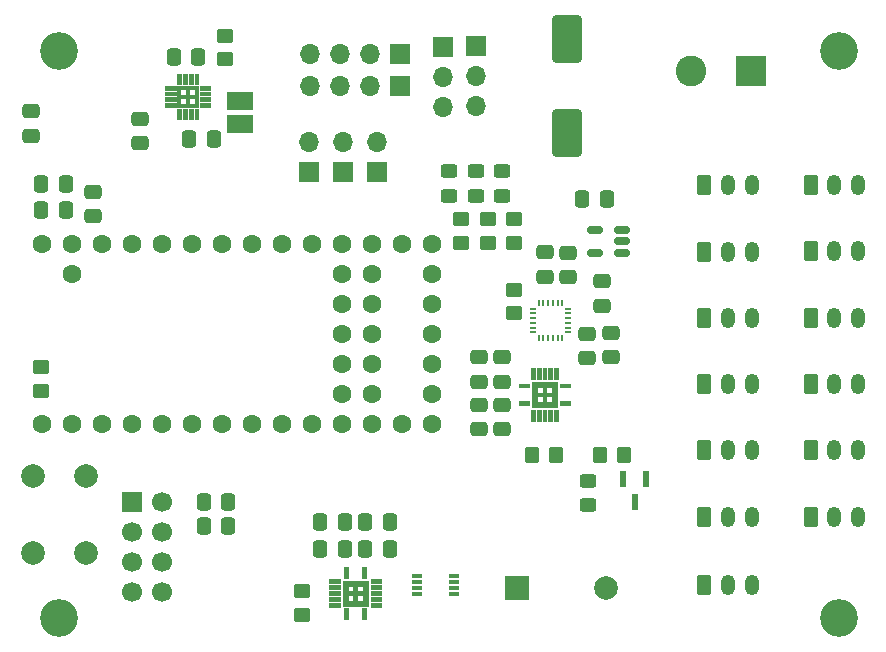
<source format=gbr>
%TF.GenerationSoftware,KiCad,Pcbnew,8.0.7*%
%TF.CreationDate,2025-01-14T18:40:28+07:00*%
%TF.ProjectId,Teensy4.0,5465656e-7379-4342-9e30-2e6b69636164,rev?*%
%TF.SameCoordinates,Original*%
%TF.FileFunction,Soldermask,Top*%
%TF.FilePolarity,Negative*%
%FSLAX46Y46*%
G04 Gerber Fmt 4.6, Leading zero omitted, Abs format (unit mm)*
G04 Created by KiCad (PCBNEW 8.0.7) date 2025-01-14 18:40:28*
%MOMM*%
%LPD*%
G01*
G04 APERTURE LIST*
G04 Aperture macros list*
%AMRoundRect*
0 Rectangle with rounded corners*
0 $1 Rounding radius*
0 $2 $3 $4 $5 $6 $7 $8 $9 X,Y pos of 4 corners*
0 Add a 4 corners polygon primitive as box body*
4,1,4,$2,$3,$4,$5,$6,$7,$8,$9,$2,$3,0*
0 Add four circle primitives for the rounded corners*
1,1,$1+$1,$2,$3*
1,1,$1+$1,$4,$5*
1,1,$1+$1,$6,$7*
1,1,$1+$1,$8,$9*
0 Add four rect primitives between the rounded corners*
20,1,$1+$1,$2,$3,$4,$5,0*
20,1,$1+$1,$4,$5,$6,$7,0*
20,1,$1+$1,$6,$7,$8,$9,0*
20,1,$1+$1,$8,$9,$2,$3,0*%
G04 Aperture macros list end*
%ADD10C,0.000000*%
%ADD11C,1.700000*%
%ADD12R,1.700000X1.700000*%
%ADD13C,1.600000*%
%ADD14R,0.850000X0.300000*%
%ADD15RoundRect,0.250000X-0.350000X-0.625000X0.350000X-0.625000X0.350000X0.625000X-0.350000X0.625000X0*%
%ADD16O,1.200000X1.750000*%
%ADD17R,2.000000X2.000000*%
%ADD18C,2.000000*%
%ADD19C,3.200000*%
%ADD20RoundRect,0.250000X0.475000X-0.337500X0.475000X0.337500X-0.475000X0.337500X-0.475000X-0.337500X0*%
%ADD21O,1.700000X1.700000*%
%ADD22RoundRect,0.250000X-0.475000X0.337500X-0.475000X-0.337500X0.475000X-0.337500X0.475000X0.337500X0*%
%ADD23RoundRect,0.250000X0.450000X-0.350000X0.450000X0.350000X-0.450000X0.350000X-0.450000X-0.350000X0*%
%ADD24RoundRect,0.250000X-0.450000X0.350000X-0.450000X-0.350000X0.450000X-0.350000X0.450000X0.350000X0*%
%ADD25RoundRect,0.250000X-0.337500X-0.475000X0.337500X-0.475000X0.337500X0.475000X-0.337500X0.475000X0*%
%ADD26RoundRect,0.250000X0.337500X0.475000X-0.337500X0.475000X-0.337500X-0.475000X0.337500X-0.475000X0*%
%ADD27RoundRect,0.050000X0.050000X-0.225000X0.050000X0.225000X-0.050000X0.225000X-0.050000X-0.225000X0*%
%ADD28RoundRect,0.050000X0.225000X0.050000X-0.225000X0.050000X-0.225000X-0.050000X0.225000X-0.050000X0*%
%ADD29RoundRect,0.250000X0.450000X-0.325000X0.450000X0.325000X-0.450000X0.325000X-0.450000X-0.325000X0*%
%ADD30RoundRect,0.250000X1.000000X-1.750000X1.000000X1.750000X-1.000000X1.750000X-1.000000X-1.750000X0*%
%ADD31R,0.280000X0.850000*%
%ADD32R,0.850000X0.280000*%
%ADD33RoundRect,0.250000X-0.350000X-0.450000X0.350000X-0.450000X0.350000X0.450000X-0.350000X0.450000X0*%
%ADD34R,2.600000X2.600000*%
%ADD35C,2.600000*%
%ADD36R,2.260600X1.498600*%
%ADD37RoundRect,0.250000X0.350000X0.450000X-0.350000X0.450000X-0.350000X-0.450000X0.350000X-0.450000X0*%
%ADD38RoundRect,0.150000X0.512500X0.150000X-0.512500X0.150000X-0.512500X-0.150000X0.512500X-0.150000X0*%
%ADD39RoundRect,0.250000X-0.450000X0.325000X-0.450000X-0.325000X0.450000X-0.325000X0.450000X0.325000X0*%
%ADD40R,0.558800X1.422400*%
G04 APERTURE END LIST*
D10*
%TO.C,U3*%
G36*
X132800943Y-119190953D02*
G01*
X131811056Y-119190953D01*
X131811056Y-118771046D01*
X132800943Y-118771046D01*
X132800943Y-119190953D01*
G37*
G36*
X132800943Y-119690955D02*
G01*
X131811056Y-119690955D01*
X131811056Y-119271047D01*
X132800943Y-119271047D01*
X132800943Y-119690955D01*
G37*
G36*
X132800943Y-120190954D02*
G01*
X131811056Y-120190954D01*
X131811056Y-119771046D01*
X132800943Y-119771046D01*
X132800943Y-120190954D01*
G37*
G36*
X132800943Y-120690953D02*
G01*
X131811056Y-120690953D01*
X131811056Y-120271045D01*
X132800943Y-120271045D01*
X132800943Y-120690953D01*
G37*
G36*
X132800943Y-121190954D02*
G01*
X131811056Y-121190954D01*
X131811056Y-120771047D01*
X132800943Y-120771047D01*
X132800943Y-121190954D01*
G37*
G36*
X133481299Y-121069500D02*
G01*
X132986499Y-121069500D01*
X132986499Y-118892500D01*
X133481299Y-118892500D01*
X133481299Y-121069500D01*
G37*
G36*
X135163499Y-119387300D02*
G01*
X132986499Y-119387300D01*
X132986499Y-118892500D01*
X135163499Y-118892500D01*
X135163499Y-119387300D01*
G37*
G36*
X135163499Y-120174700D02*
G01*
X132986499Y-120174700D01*
X132986499Y-119787300D01*
X135163499Y-119787300D01*
X135163499Y-120174700D01*
G37*
G36*
X135163499Y-121069500D02*
G01*
X132986499Y-121069500D01*
X132986499Y-120574700D01*
X135163499Y-120574700D01*
X135163499Y-121069500D01*
G37*
G36*
X133534952Y-118744942D02*
G01*
X133115044Y-118744942D01*
X133115044Y-117755058D01*
X133534952Y-117755058D01*
X133534952Y-118744942D01*
G37*
G36*
X133534952Y-122206942D02*
G01*
X133115044Y-122206942D01*
X133115044Y-121217058D01*
X133534952Y-121217058D01*
X133534952Y-122206942D01*
G37*
G36*
X134268699Y-121069500D02*
G01*
X133881299Y-121069500D01*
X133881299Y-118892500D01*
X134268699Y-118892500D01*
X134268699Y-121069500D01*
G37*
G36*
X135034954Y-118744942D02*
G01*
X134615046Y-118744942D01*
X134615046Y-117755058D01*
X135034954Y-117755058D01*
X135034954Y-118744942D01*
G37*
G36*
X135034954Y-122206942D02*
G01*
X134615046Y-122206942D01*
X134615046Y-121217058D01*
X135034954Y-121217058D01*
X135034954Y-122206942D01*
G37*
G36*
X135163499Y-121069500D02*
G01*
X134668699Y-121069500D01*
X134668699Y-118892500D01*
X135163499Y-118892500D01*
X135163499Y-121069500D01*
G37*
G36*
X136338942Y-119190953D02*
G01*
X135349055Y-119190953D01*
X135349055Y-118771046D01*
X136338942Y-118771046D01*
X136338942Y-119190953D01*
G37*
G36*
X136338942Y-119690955D02*
G01*
X135349055Y-119690955D01*
X135349055Y-119271047D01*
X136338942Y-119271047D01*
X136338942Y-119690955D01*
G37*
G36*
X136338942Y-120190954D02*
G01*
X135349055Y-120190954D01*
X135349055Y-119771046D01*
X136338942Y-119771046D01*
X136338942Y-120190954D01*
G37*
G36*
X136338942Y-120690953D02*
G01*
X135349055Y-120690953D01*
X135349055Y-120271045D01*
X136338942Y-120271045D01*
X136338942Y-120690953D01*
G37*
G36*
X136338942Y-121190954D02*
G01*
X135349055Y-121190954D01*
X135349055Y-120771047D01*
X136338942Y-120771047D01*
X136338942Y-121190954D01*
G37*
%TO.C,U7*%
G36*
X148870242Y-102603653D02*
G01*
X147880358Y-102603653D01*
X147880358Y-102183745D01*
X148870242Y-102183745D01*
X148870242Y-102603653D01*
G37*
G36*
X148870242Y-104103655D02*
G01*
X147880358Y-104103655D01*
X147880358Y-103683747D01*
X148870242Y-103683747D01*
X148870242Y-104103655D01*
G37*
G36*
X149316253Y-101869644D02*
G01*
X148896346Y-101869644D01*
X148896346Y-100879757D01*
X149316253Y-100879757D01*
X149316253Y-101869644D01*
G37*
G36*
X149316253Y-105407643D02*
G01*
X148896346Y-105407643D01*
X148896346Y-104417756D01*
X149316253Y-104417756D01*
X149316253Y-105407643D01*
G37*
G36*
X151194800Y-102550000D02*
G01*
X149017800Y-102550000D01*
X149017800Y-102055200D01*
X151194800Y-102055200D01*
X151194800Y-102550000D01*
G37*
G36*
X151194800Y-103337400D02*
G01*
X149017800Y-103337400D01*
X149017800Y-102950000D01*
X151194800Y-102950000D01*
X151194800Y-103337400D01*
G37*
G36*
X149512600Y-104232200D02*
G01*
X149017800Y-104232200D01*
X149017800Y-102055200D01*
X149512600Y-102055200D01*
X149512600Y-104232200D01*
G37*
G36*
X151194800Y-104232200D02*
G01*
X149017800Y-104232200D01*
X149017800Y-103737400D01*
X151194800Y-103737400D01*
X151194800Y-104232200D01*
G37*
G36*
X149816255Y-101869644D02*
G01*
X149396347Y-101869644D01*
X149396347Y-100879757D01*
X149816255Y-100879757D01*
X149816255Y-101869644D01*
G37*
G36*
X149816255Y-105407643D02*
G01*
X149396347Y-105407643D01*
X149396347Y-104417756D01*
X149816255Y-104417756D01*
X149816255Y-105407643D01*
G37*
G36*
X150316254Y-101869644D02*
G01*
X149896346Y-101869644D01*
X149896346Y-100879757D01*
X150316254Y-100879757D01*
X150316254Y-101869644D01*
G37*
G36*
X150316254Y-105407643D02*
G01*
X149896346Y-105407643D01*
X149896346Y-104417756D01*
X150316254Y-104417756D01*
X150316254Y-105407643D01*
G37*
G36*
X150300000Y-104232200D02*
G01*
X149912600Y-104232200D01*
X149912600Y-102055200D01*
X150300000Y-102055200D01*
X150300000Y-104232200D01*
G37*
G36*
X150816253Y-101869644D02*
G01*
X150396345Y-101869644D01*
X150396345Y-100879757D01*
X150816253Y-100879757D01*
X150816253Y-101869644D01*
G37*
G36*
X150816253Y-105407643D02*
G01*
X150396345Y-105407643D01*
X150396345Y-104417756D01*
X150816253Y-104417756D01*
X150816253Y-105407643D01*
G37*
G36*
X151194800Y-104232200D02*
G01*
X150700000Y-104232200D01*
X150700000Y-102055200D01*
X151194800Y-102055200D01*
X151194800Y-104232200D01*
G37*
G36*
X151316254Y-101869644D02*
G01*
X150896347Y-101869644D01*
X150896347Y-100879757D01*
X151316254Y-100879757D01*
X151316254Y-101869644D01*
G37*
G36*
X151316254Y-105407643D02*
G01*
X150896347Y-105407643D01*
X150896347Y-104417756D01*
X151316254Y-104417756D01*
X151316254Y-105407643D01*
G37*
G36*
X152332242Y-102603653D02*
G01*
X151342358Y-102603653D01*
X151342358Y-102183745D01*
X152332242Y-102183745D01*
X152332242Y-102603653D01*
G37*
G36*
X152332242Y-104103655D02*
G01*
X151342358Y-104103655D01*
X151342358Y-103683747D01*
X152332242Y-103683747D01*
X152332242Y-104103655D01*
G37*
%TO.C,U4*%
G36*
X118910845Y-77380847D02*
G01*
X117921654Y-77380847D01*
X117921654Y-76961653D01*
X118910845Y-76961653D01*
X118910845Y-77380847D01*
G37*
G36*
X118910845Y-77880846D02*
G01*
X117921654Y-77880846D01*
X117921654Y-77461655D01*
X118910845Y-77461655D01*
X118910845Y-77880846D01*
G37*
G36*
X118910845Y-78380845D02*
G01*
X117921654Y-78380845D01*
X117921654Y-77961654D01*
X118910845Y-77961654D01*
X118910845Y-78380845D01*
G37*
G36*
X118910845Y-78880847D02*
G01*
X117921654Y-78880847D01*
X117921654Y-78461653D01*
X118910845Y-78461653D01*
X118910845Y-78880847D01*
G37*
G36*
X119297549Y-78834750D02*
G01*
X118977749Y-78834750D01*
X118977749Y-77007750D01*
X119297549Y-77007750D01*
X119297549Y-78834750D01*
G37*
G36*
X119350656Y-76940846D02*
G01*
X118931464Y-76940846D01*
X118931464Y-75951655D01*
X119350656Y-75951655D01*
X119350656Y-76940846D01*
G37*
G36*
X119350656Y-79890845D02*
G01*
X118931464Y-79890845D01*
X118931464Y-78901654D01*
X119350656Y-78901654D01*
X119350656Y-79890845D01*
G37*
G36*
X120084949Y-78834750D02*
G01*
X119697549Y-78834750D01*
X119697549Y-77007750D01*
X120084949Y-77007750D01*
X120084949Y-78834750D01*
G37*
G36*
X119850782Y-76940846D02*
G01*
X119431590Y-76940846D01*
X119431590Y-75951655D01*
X119850782Y-75951655D01*
X119850782Y-76940846D01*
G37*
G36*
X119850782Y-79890845D02*
G01*
X119431590Y-79890845D01*
X119431590Y-78901654D01*
X119850782Y-78901654D01*
X119850782Y-79890845D01*
G37*
G36*
X120350908Y-76940846D02*
G01*
X119931716Y-76940846D01*
X119931716Y-75951655D01*
X120350908Y-75951655D01*
X120350908Y-76940846D01*
G37*
G36*
X120350908Y-79890845D02*
G01*
X119931716Y-79890845D01*
X119931716Y-78901654D01*
X120350908Y-78901654D01*
X120350908Y-79890845D01*
G37*
G36*
X120804749Y-77327550D02*
G01*
X118977749Y-77327550D01*
X118977749Y-77007750D01*
X120804749Y-77007750D01*
X120804749Y-77327550D01*
G37*
G36*
X120804749Y-78114950D02*
G01*
X118977749Y-78114950D01*
X118977749Y-77727550D01*
X120804749Y-77727550D01*
X120804749Y-78114950D01*
G37*
G36*
X120804749Y-78834750D02*
G01*
X118977749Y-78834750D01*
X118977749Y-78514950D01*
X120804749Y-78514950D01*
X120804749Y-78834750D01*
G37*
G36*
X120804749Y-78834750D02*
G01*
X120484949Y-78834750D01*
X120484949Y-77007750D01*
X120804749Y-77007750D01*
X120804749Y-78834750D01*
G37*
G36*
X120851034Y-76940846D02*
G01*
X120431842Y-76940846D01*
X120431842Y-75951655D01*
X120851034Y-75951655D01*
X120851034Y-76940846D01*
G37*
G36*
X120851034Y-79890845D02*
G01*
X120431842Y-79890845D01*
X120431842Y-78901654D01*
X120851034Y-78901654D01*
X120851034Y-79890845D01*
G37*
G36*
X121860844Y-77380847D02*
G01*
X120871653Y-77380847D01*
X120871653Y-76961653D01*
X121860844Y-76961653D01*
X121860844Y-77380847D01*
G37*
G36*
X121860844Y-77880846D02*
G01*
X120871653Y-77880846D01*
X120871653Y-77461655D01*
X121860844Y-77461655D01*
X121860844Y-77880846D01*
G37*
G36*
X121860844Y-78380845D02*
G01*
X120871653Y-78380845D01*
X120871653Y-77961654D01*
X121860844Y-77961654D01*
X121860844Y-78380845D01*
G37*
G36*
X121860844Y-78880847D02*
G01*
X120871653Y-78880847D01*
X120871653Y-78461653D01*
X121860844Y-78461653D01*
X121860844Y-78880847D01*
G37*
%TD*%
D11*
%TO.C,U2*%
X117650500Y-119795000D03*
X115110500Y-119795000D03*
X117650500Y-117255000D03*
X115110500Y-117255000D03*
X117650500Y-114715000D03*
X115110500Y-114715000D03*
X117650500Y-112175000D03*
D12*
X115110500Y-112175000D03*
%TD*%
D13*
%TO.C,U1*%
X107490000Y-105620000D03*
X110030000Y-105620000D03*
X112570000Y-105620000D03*
X115110000Y-105620000D03*
X117650000Y-105620000D03*
X120190000Y-105620000D03*
X122730000Y-105620000D03*
X125270000Y-105620000D03*
X127810000Y-105620000D03*
X130350000Y-105620000D03*
X132890000Y-105620000D03*
X135430000Y-105620000D03*
X137970000Y-105620000D03*
X140510000Y-105620000D03*
X140510000Y-103080000D03*
X140510000Y-100540000D03*
X140510000Y-98000000D03*
X140510000Y-95460000D03*
X140510000Y-92920000D03*
X140510000Y-90380000D03*
X137970000Y-90380000D03*
X135430000Y-90380000D03*
X132890000Y-90380000D03*
X130350000Y-90380000D03*
X127810000Y-90380000D03*
X125270000Y-90380000D03*
X122730000Y-90380000D03*
X120190000Y-90380000D03*
X117650000Y-90380000D03*
X115110000Y-90380000D03*
X112570000Y-90380000D03*
X110030000Y-90380000D03*
X107490000Y-90380000D03*
X110030000Y-92920000D03*
X135430000Y-92920000D03*
X132890000Y-92920000D03*
X135430000Y-95460000D03*
X132890000Y-95460000D03*
X135430000Y-98000000D03*
X132890000Y-98000000D03*
X135430000Y-100540000D03*
X132890000Y-100540000D03*
X135430000Y-103080000D03*
X132890000Y-103080000D03*
%TD*%
D14*
%TO.C,IC2*%
X139250000Y-118500000D03*
X139250000Y-119000000D03*
X139250000Y-119500000D03*
X139250000Y-120000000D03*
X142400000Y-120000000D03*
X142400000Y-119500000D03*
X142400000Y-119000000D03*
X142400000Y-118500000D03*
%TD*%
D15*
%TO.C,servo1*%
X172600000Y-102250000D03*
D16*
X174600000Y-102250000D03*
X176600000Y-102250000D03*
%TD*%
D17*
%TO.C,BZ1*%
X147700000Y-119500000D03*
D18*
X155300000Y-119500000D03*
%TD*%
D19*
%TO.C,H2*%
X175000000Y-74000000D03*
%TD*%
D20*
%TO.C,C24*%
X144500000Y-102037500D03*
X144500000Y-99962500D03*
%TD*%
D12*
%TO.C,J1*%
X137790000Y-74250000D03*
D21*
X135250000Y-74250000D03*
X132710000Y-74250000D03*
X130170000Y-74250000D03*
%TD*%
D22*
%TO.C,C23*%
X146500000Y-99962500D03*
X146500000Y-102037500D03*
%TD*%
D23*
%TO.C,R11*%
X145250000Y-90250000D03*
X145250000Y-88250000D03*
%TD*%
D19*
%TO.C,H1*%
X109000000Y-74000000D03*
%TD*%
D24*
%TO.C,R1*%
X123018750Y-72718750D03*
X123018750Y-74718750D03*
%TD*%
%TO.C,R2*%
X147468799Y-94243701D03*
X147468799Y-96243701D03*
%TD*%
D25*
%TO.C,C17*%
X134887500Y-116200000D03*
X136962500Y-116200000D03*
%TD*%
D15*
%TO.C,servo13*%
X172600000Y-96650000D03*
D16*
X174600000Y-96650000D03*
X176600000Y-96650000D03*
%TD*%
D26*
%TO.C,C2*%
X109537500Y-85250000D03*
X107462500Y-85250000D03*
%TD*%
D27*
%TO.C,U6*%
X149568799Y-98343701D03*
X149968799Y-98343701D03*
X150368799Y-98343701D03*
X150768799Y-98343701D03*
X151168799Y-98343701D03*
X151568799Y-98343701D03*
D28*
X152068799Y-97843701D03*
X152068799Y-97443701D03*
X152068799Y-97043701D03*
X152068799Y-96643701D03*
X152068799Y-96243701D03*
X152068799Y-95843701D03*
D27*
X151568799Y-95343701D03*
X151168799Y-95343701D03*
X150768799Y-95343701D03*
X150368799Y-95343701D03*
X149968799Y-95343701D03*
X149568799Y-95343701D03*
D28*
X149068799Y-95843701D03*
X149068799Y-96243701D03*
X149068799Y-96643701D03*
X149068799Y-97043701D03*
X149068799Y-97443701D03*
X149068799Y-97843701D03*
%TD*%
D23*
%TO.C,R13*%
X147500000Y-90250000D03*
X147500000Y-88250000D03*
%TD*%
D25*
%TO.C,C21*%
X131087500Y-116200000D03*
X133162500Y-116200000D03*
%TD*%
D29*
%TO.C,VCC*%
X146500000Y-86275000D03*
X146500000Y-84225000D03*
%TD*%
D22*
%TO.C,C18*%
X155668799Y-97906201D03*
X155668799Y-99981201D03*
%TD*%
D20*
%TO.C,C14*%
X111800000Y-88037500D03*
X111800000Y-85962500D03*
%TD*%
D30*
%TO.C,C13*%
X152000000Y-81000000D03*
X152000000Y-73000000D03*
%TD*%
D20*
%TO.C,C16*%
X144500000Y-106037500D03*
X144500000Y-103962500D03*
%TD*%
D31*
%TO.C,U3*%
X133324998Y-118250000D03*
D32*
X132305998Y-118980999D03*
X132305998Y-119481001D03*
X132305998Y-119981000D03*
X132305998Y-120480999D03*
X132305998Y-120981001D03*
D31*
X133324998Y-121712000D03*
X134825000Y-121712000D03*
D32*
X135844000Y-120981001D03*
X135844000Y-120480999D03*
X135844000Y-119981000D03*
X135844000Y-119481001D03*
X135844000Y-118980999D03*
D31*
X134825000Y-118250000D03*
%TD*%
D23*
%TO.C,R3*%
X143000000Y-90250000D03*
X143000000Y-88250000D03*
%TD*%
D15*
%TO.C,servo11*%
X172600000Y-85400000D03*
D16*
X174600000Y-85400000D03*
X176600000Y-85400000D03*
%TD*%
D23*
%TO.C,R9*%
X129500000Y-121750000D03*
X129500000Y-119750000D03*
%TD*%
D25*
%TO.C,C3*%
X121212500Y-112250000D03*
X123287500Y-112250000D03*
%TD*%
D15*
%TO.C,servo5*%
X163600000Y-107800000D03*
D16*
X165600000Y-107800000D03*
X167600000Y-107800000D03*
%TD*%
D15*
%TO.C,servo4*%
X163600000Y-119250000D03*
D16*
X165600000Y-119250000D03*
X167600000Y-119250000D03*
%TD*%
D12*
%TO.C,5V1*%
X144250000Y-73630000D03*
D21*
X144250000Y-76170000D03*
X144250000Y-78710000D03*
%TD*%
D22*
%TO.C,C7*%
X154968799Y-93506201D03*
X154968799Y-95581201D03*
%TD*%
D15*
%TO.C,servo2*%
X163600000Y-113450000D03*
D16*
X165600000Y-113450000D03*
X167600000Y-113450000D03*
%TD*%
D22*
%TO.C,C11*%
X152078799Y-91093701D03*
X152078799Y-93168701D03*
%TD*%
D23*
%TO.C,R7*%
X107400000Y-102810000D03*
X107400000Y-100810000D03*
%TD*%
D29*
%TO.C,3V3*%
X142000000Y-86275000D03*
X142000000Y-84225000D03*
%TD*%
D20*
%TO.C,C6*%
X115818750Y-81856250D03*
X115818750Y-79781250D03*
%TD*%
D25*
%TO.C,C20*%
X131087500Y-113950000D03*
X133162500Y-113950000D03*
%TD*%
D33*
%TO.C,R4*%
X154774000Y-108215200D03*
X156774000Y-108215200D03*
%TD*%
D12*
%TO.C,S4*%
X130100000Y-84275000D03*
D21*
X130100000Y-81735000D03*
%TD*%
D34*
%TO.C,Main-Power1*%
X167545000Y-75695000D03*
D35*
X162465000Y-75695000D03*
%TD*%
D25*
%TO.C,C8*%
X153281299Y-86593701D03*
X155356299Y-86593701D03*
%TD*%
D32*
%TO.C,U7*%
X148375300Y-103893701D03*
D31*
X149106299Y-104912701D03*
X149606301Y-104912701D03*
X150106300Y-104912701D03*
X150606299Y-104912701D03*
X151106301Y-104912701D03*
D32*
X151837300Y-103893701D03*
X151837300Y-102393699D03*
D31*
X151106301Y-101374699D03*
X150606299Y-101374699D03*
X150106300Y-101374699D03*
X149606301Y-101374699D03*
X149106299Y-101374699D03*
D32*
X148375300Y-102393699D03*
%TD*%
D29*
%TO.C,5V*%
X144250000Y-86275000D03*
X144250000Y-84225000D03*
%TD*%
D15*
%TO.C,servo10*%
X163600000Y-102250000D03*
D16*
X165600000Y-102250000D03*
X167600000Y-102250000D03*
%TD*%
D25*
%TO.C,C15*%
X121212500Y-114250000D03*
X123287500Y-114250000D03*
%TD*%
D36*
%TO.C,L1*%
X124318750Y-80171250D03*
X124318750Y-78266250D03*
%TD*%
D12*
%TO.C,S2*%
X135900000Y-84250000D03*
D21*
X135900000Y-81710000D03*
%TD*%
D19*
%TO.C,H4*%
X175000000Y-122000000D03*
%TD*%
D15*
%TO.C,servo3*%
X163600000Y-96650000D03*
D16*
X165600000Y-96650000D03*
X167600000Y-96650000D03*
%TD*%
D37*
%TO.C,R14*%
X151000000Y-108250000D03*
X149000000Y-108250000D03*
%TD*%
D15*
%TO.C,servo9*%
X172600000Y-91000000D03*
D16*
X174600000Y-91000000D03*
X176600000Y-91000000D03*
%TD*%
D19*
%TO.C,H3*%
X109000000Y-122000000D03*
%TD*%
D22*
%TO.C,C19*%
X153658799Y-97968701D03*
X153658799Y-100043701D03*
%TD*%
D18*
%TO.C,button1*%
X106750000Y-116500000D03*
X106750000Y-110000000D03*
X111250000Y-116500000D03*
X111250000Y-110000000D03*
%TD*%
D12*
%TO.C,J2*%
X137790000Y-77000000D03*
D21*
X135250000Y-77000000D03*
X132710000Y-77000000D03*
X130170000Y-77000000D03*
%TD*%
D12*
%TO.C,S3*%
X133000000Y-84275000D03*
D21*
X133000000Y-81735000D03*
%TD*%
D38*
%TO.C,U5*%
X156593799Y-91093701D03*
X156593799Y-90143701D03*
X156593799Y-89193701D03*
X154318799Y-89193701D03*
X154318799Y-91093701D03*
%TD*%
D26*
%TO.C,C5*%
X120756250Y-74518750D03*
X118681250Y-74518750D03*
%TD*%
D39*
%TO.C,D3*%
X153774000Y-110440200D03*
X153774000Y-112490200D03*
%TD*%
D22*
%TO.C,C12*%
X150068799Y-91056201D03*
X150068799Y-93131201D03*
%TD*%
D15*
%TO.C,servo12*%
X163600000Y-91050000D03*
D16*
X165600000Y-91050000D03*
X167600000Y-91050000D03*
%TD*%
D40*
%TO.C,U8*%
X158655000Y-110250000D03*
X156750000Y-110250000D03*
X157702500Y-112180400D03*
%TD*%
D26*
%TO.C,C4*%
X122056250Y-81518750D03*
X119981250Y-81518750D03*
%TD*%
D32*
%TO.C,U4*%
X121366250Y-78671251D03*
X121366250Y-78171250D03*
X121366250Y-77671250D03*
X121366250Y-77171249D03*
D31*
X120641438Y-76446249D03*
X120141312Y-76446249D03*
X119641186Y-76446249D03*
X119141060Y-76446249D03*
D32*
X118416248Y-77171249D03*
X118416248Y-77671250D03*
X118416248Y-78171250D03*
X118416248Y-78671251D03*
D31*
X119141060Y-79396251D03*
X119641186Y-79396251D03*
X120141312Y-79396251D03*
X120641438Y-79396251D03*
%TD*%
D15*
%TO.C,servo8*%
X172600000Y-113450000D03*
D16*
X174600000Y-113450000D03*
X176600000Y-113450000D03*
%TD*%
D25*
%TO.C,C10*%
X134887500Y-113950000D03*
X136962500Y-113950000D03*
%TD*%
D22*
%TO.C,C22*%
X146500000Y-103962500D03*
X146500000Y-106037500D03*
%TD*%
D26*
%TO.C,C1*%
X109537500Y-87500000D03*
X107462500Y-87500000D03*
%TD*%
D20*
%TO.C,C9*%
X106600000Y-79125000D03*
X106600000Y-81200000D03*
%TD*%
D15*
%TO.C,servo6*%
X163600000Y-85400000D03*
D16*
X165600000Y-85400000D03*
X167600000Y-85400000D03*
%TD*%
D15*
%TO.C,servo7*%
X172600000Y-107800000D03*
D16*
X174600000Y-107800000D03*
X176600000Y-107800000D03*
%TD*%
D12*
%TO.C,GND1*%
X141500000Y-73670000D03*
D21*
X141500000Y-76210000D03*
X141500000Y-78750000D03*
%TD*%
M02*

</source>
